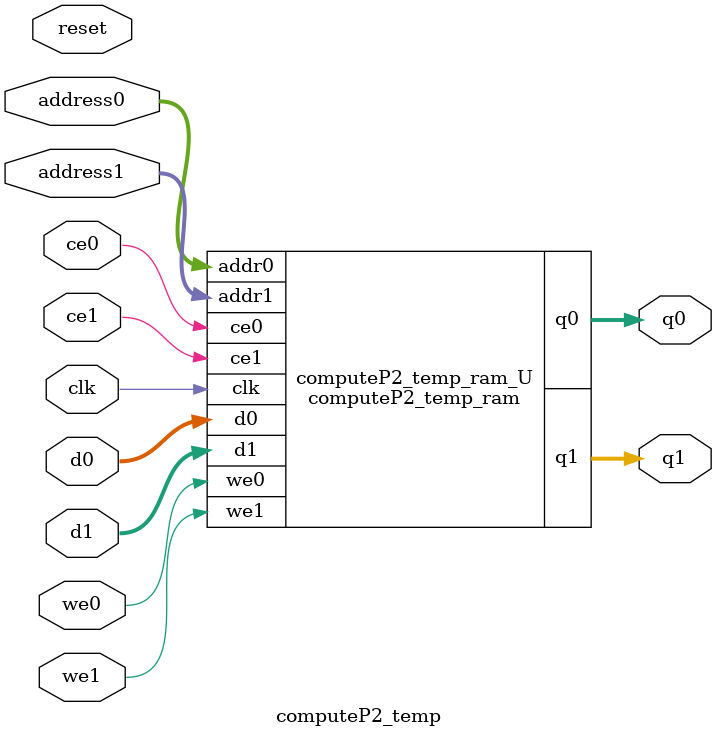
<source format=v>
`timescale 1 ns / 1 ps
module computeP2_temp_ram (addr0, ce0, d0, we0, q0, addr1, ce1, d1, we1, q1,  clk);

parameter DWIDTH = 6;
parameter AWIDTH = 15;
parameter MEM_SIZE = 20160;

input[AWIDTH-1:0] addr0;
input ce0;
input[DWIDTH-1:0] d0;
input we0;
output reg[DWIDTH-1:0] q0;
input[AWIDTH-1:0] addr1;
input ce1;
input[DWIDTH-1:0] d1;
input we1;
output reg[DWIDTH-1:0] q1;
input clk;

reg [DWIDTH-1:0] ram[0:MEM_SIZE-1];




always @(posedge clk)  
begin 
    if (ce0) begin
        if (we0) 
            ram[addr0] <= d0; 
        q0 <= ram[addr0];
    end
end


always @(posedge clk)  
begin 
    if (ce1) begin
        if (we1) 
            ram[addr1] <= d1; 
        q1 <= ram[addr1];
    end
end


endmodule

`timescale 1 ns / 1 ps
module computeP2_temp(
    reset,
    clk,
    address0,
    ce0,
    we0,
    d0,
    q0,
    address1,
    ce1,
    we1,
    d1,
    q1);

parameter DataWidth = 32'd6;
parameter AddressRange = 32'd20160;
parameter AddressWidth = 32'd15;
input reset;
input clk;
input[AddressWidth - 1:0] address0;
input ce0;
input we0;
input[DataWidth - 1:0] d0;
output[DataWidth - 1:0] q0;
input[AddressWidth - 1:0] address1;
input ce1;
input we1;
input[DataWidth - 1:0] d1;
output[DataWidth - 1:0] q1;



computeP2_temp_ram computeP2_temp_ram_U(
    .clk( clk ),
    .addr0( address0 ),
    .ce0( ce0 ),
    .we0( we0 ),
    .d0( d0 ),
    .q0( q0 ),
    .addr1( address1 ),
    .ce1( ce1 ),
    .we1( we1 ),
    .d1( d1 ),
    .q1( q1 ));

endmodule


</source>
